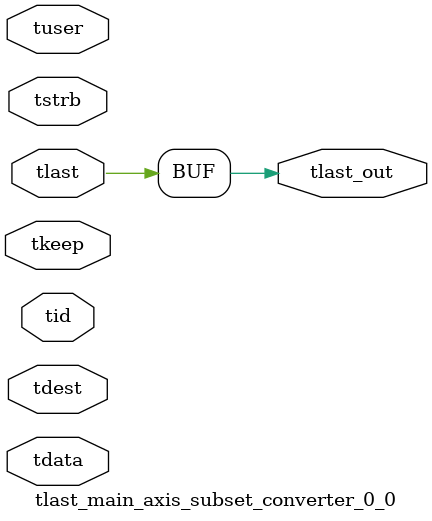
<source format=v>


`timescale 1ps/1ps

module tlast_main_axis_subset_converter_0_0 #
(
parameter C_S_AXIS_TID_WIDTH   = 1,
parameter C_S_AXIS_TUSER_WIDTH = 0,
parameter C_S_AXIS_TDATA_WIDTH = 0,
parameter C_S_AXIS_TDEST_WIDTH = 0
)
(
input  [(C_S_AXIS_TID_WIDTH   == 0 ? 1 : C_S_AXIS_TID_WIDTH)-1:0       ] tid,
input  [(C_S_AXIS_TDATA_WIDTH == 0 ? 1 : C_S_AXIS_TDATA_WIDTH)-1:0     ] tdata,
input  [(C_S_AXIS_TUSER_WIDTH == 0 ? 1 : C_S_AXIS_TUSER_WIDTH)-1:0     ] tuser,
input  [(C_S_AXIS_TDEST_WIDTH == 0 ? 1 : C_S_AXIS_TDEST_WIDTH)-1:0     ] tdest,
input  [(C_S_AXIS_TDATA_WIDTH/8)-1:0 ] tkeep,
input  [(C_S_AXIS_TDATA_WIDTH/8)-1:0 ] tstrb,
input  [0:0]                                                             tlast,
output                                                                   tlast_out
);

assign tlast_out = {tlast};

endmodule


</source>
